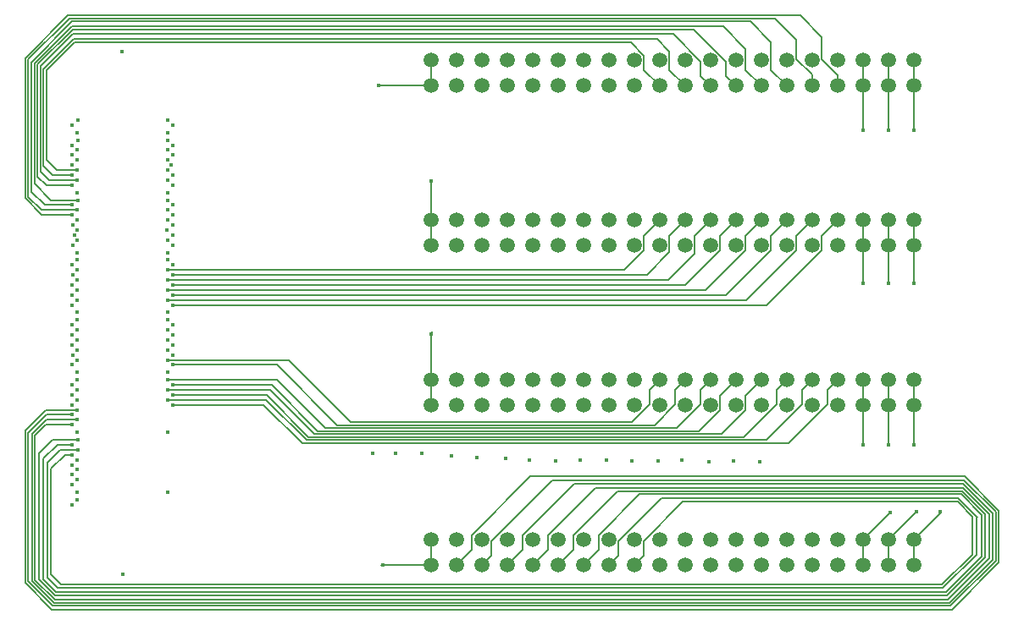
<source format=gbr>
%TF.GenerationSoftware,KiCad,Pcbnew,(5.1.5-0-10_14)*%
%TF.CreationDate,2020-01-28T13:49:23+01:00*%
%TF.ProjectId,multiblade_adapter,6d756c74-6962-46c6-9164-655f61646170,rev?*%
%TF.SameCoordinates,Original*%
%TF.FileFunction,Copper,L1,Top*%
%TF.FilePolarity,Positive*%
%FSLAX46Y46*%
G04 Gerber Fmt 4.6, Leading zero omitted, Abs format (unit mm)*
G04 Created by KiCad (PCBNEW (5.1.5-0-10_14)) date 2020-01-28 13:49:23*
%MOMM*%
%LPD*%
G04 APERTURE LIST*
%ADD10C,1.500000*%
%ADD11C,0.400000*%
%ADD12C,0.150000*%
G04 APERTURE END LIST*
D10*
X109110000Y-107290000D03*
X109110000Y-104750000D03*
X106570000Y-107290000D03*
X106570000Y-104750000D03*
X104030000Y-107290000D03*
X104030000Y-104750000D03*
X101490000Y-107290000D03*
X101490000Y-104750000D03*
X98950000Y-107290000D03*
X98950000Y-104750000D03*
X96410000Y-107290000D03*
X96410000Y-104750000D03*
X93870000Y-107290000D03*
X93870000Y-104750000D03*
X91330000Y-107290000D03*
X91330000Y-104750000D03*
X88790000Y-107290000D03*
X88790000Y-104750000D03*
X86250000Y-107290000D03*
X86250000Y-104750000D03*
X83710000Y-107290000D03*
X83710000Y-104750000D03*
X81170000Y-107290000D03*
X81170000Y-104750000D03*
X78630000Y-107290000D03*
X78630000Y-104750000D03*
X76090000Y-107290000D03*
X76090000Y-104750000D03*
X73550000Y-107290000D03*
X73550000Y-104750000D03*
X71010000Y-107290000D03*
X71010000Y-104750000D03*
X68470000Y-107290000D03*
X68470000Y-104750000D03*
X65930000Y-107290000D03*
X65930000Y-104750000D03*
X63390000Y-107290000D03*
X63390000Y-104750000D03*
X60850000Y-107290000D03*
X60850000Y-104750000D03*
X109110000Y-123290000D03*
X109110000Y-120750000D03*
X106570000Y-123290000D03*
X106570000Y-120750000D03*
X104030000Y-123290000D03*
X104030000Y-120750000D03*
X101490000Y-123290000D03*
X101490000Y-120750000D03*
X98950000Y-123290000D03*
X98950000Y-120750000D03*
X96410000Y-123290000D03*
X96410000Y-120750000D03*
X93870000Y-123290000D03*
X93870000Y-120750000D03*
X91330000Y-123290000D03*
X91330000Y-120750000D03*
X88790000Y-123290000D03*
X88790000Y-120750000D03*
X86250000Y-123290000D03*
X86250000Y-120750000D03*
X83710000Y-123290000D03*
X83710000Y-120750000D03*
X81170000Y-123290000D03*
X81170000Y-120750000D03*
X78630000Y-123290000D03*
X78630000Y-120750000D03*
X76090000Y-123290000D03*
X76090000Y-120750000D03*
X73550000Y-123290000D03*
X73550000Y-120750000D03*
X71010000Y-123290000D03*
X71010000Y-120750000D03*
X68470000Y-123290000D03*
X68470000Y-120750000D03*
X65930000Y-123290000D03*
X65930000Y-120750000D03*
X63390000Y-123290000D03*
X63390000Y-120750000D03*
X60850000Y-123290000D03*
X60850000Y-120750000D03*
X109110000Y-139290000D03*
X109110000Y-136750000D03*
X106570000Y-139290000D03*
X106570000Y-136750000D03*
X104030000Y-139290000D03*
X104030000Y-136750000D03*
X101490000Y-139290000D03*
X101490000Y-136750000D03*
X98950000Y-139290000D03*
X98950000Y-136750000D03*
X96410000Y-139290000D03*
X96410000Y-136750000D03*
X93870000Y-139290000D03*
X93870000Y-136750000D03*
X91330000Y-139290000D03*
X91330000Y-136750000D03*
X88790000Y-139290000D03*
X88790000Y-136750000D03*
X86250000Y-139290000D03*
X86250000Y-136750000D03*
X83710000Y-139290000D03*
X83710000Y-136750000D03*
X81170000Y-139290000D03*
X81170000Y-136750000D03*
X78630000Y-139290000D03*
X78630000Y-136750000D03*
X76090000Y-139290000D03*
X76090000Y-136750000D03*
X73550000Y-139290000D03*
X73550000Y-136750000D03*
X71010000Y-139290000D03*
X71010000Y-136750000D03*
X68470000Y-139290000D03*
X68470000Y-136750000D03*
X65930000Y-139290000D03*
X65930000Y-136750000D03*
X63390000Y-139290000D03*
X63390000Y-136750000D03*
X60850000Y-139290000D03*
X60850000Y-136750000D03*
X109110000Y-155290000D03*
X109110000Y-152750000D03*
X106570000Y-155290000D03*
X106570000Y-152750000D03*
X104030000Y-155290000D03*
X104030000Y-152750000D03*
X101490000Y-155290000D03*
X101490000Y-152750000D03*
X98950000Y-155290000D03*
X98950000Y-152750000D03*
X96410000Y-155290000D03*
X96410000Y-152750000D03*
X93870000Y-155290000D03*
X93870000Y-152750000D03*
X91330000Y-155290000D03*
X91330000Y-152750000D03*
X88790000Y-155290000D03*
X88790000Y-152750000D03*
X86250000Y-155290000D03*
X86250000Y-152750000D03*
X83710000Y-155290000D03*
X83710000Y-152750000D03*
X81170000Y-155290000D03*
X81170000Y-152750000D03*
X78630000Y-155290000D03*
X78630000Y-152750000D03*
X76090000Y-155290000D03*
X76090000Y-152750000D03*
X73550000Y-155290000D03*
X73550000Y-152750000D03*
X71010000Y-155290000D03*
X71010000Y-152750000D03*
X68470000Y-155290000D03*
X68470000Y-152750000D03*
X65930000Y-155290000D03*
X65930000Y-152750000D03*
X63390000Y-155290000D03*
X63390000Y-152750000D03*
X60850000Y-155290000D03*
X60850000Y-152750000D03*
D11*
X25500000Y-148000000D03*
X25500000Y-142000000D03*
X25500000Y-136000000D03*
X25500000Y-124000000D03*
X25500000Y-130000000D03*
X25500000Y-112000000D03*
X25500000Y-118000000D03*
X34500000Y-112000000D03*
X34500000Y-118000000D03*
X34500000Y-124000000D03*
X34500000Y-130000000D03*
X34500000Y-136000000D03*
X34500000Y-148000000D03*
X104013000Y-111760000D03*
X55626000Y-107315000D03*
X60850000Y-116823000D03*
X60850000Y-132190000D03*
X56038000Y-155290000D03*
X104030000Y-143273000D03*
X30000000Y-156182000D03*
X29972000Y-103886000D03*
X34500000Y-142000000D03*
X106736500Y-150043500D03*
X109333000Y-149987000D03*
X111760000Y-149987000D03*
X106570000Y-143239000D03*
X109110000Y-143239000D03*
X104013000Y-127127000D03*
X106570000Y-127110000D03*
X109110000Y-127110000D03*
X106570000Y-111743000D03*
X109093000Y-111760000D03*
X25000000Y-120250000D03*
X35000000Y-120250000D03*
X25500000Y-119750000D03*
X34500000Y-119750000D03*
X25000000Y-119250000D03*
X35000000Y-119250000D03*
X25522000Y-118750000D03*
X34500000Y-118750000D03*
X25000000Y-117250000D03*
X35000000Y-117250000D03*
X25500000Y-116750000D03*
X34500000Y-116750000D03*
X25000000Y-116250000D03*
X35000000Y-116250000D03*
X25500000Y-115750000D03*
X34500000Y-115750000D03*
X25000000Y-115250000D03*
X34864000Y-115250000D03*
X25500000Y-114750000D03*
X34500000Y-114750000D03*
X25000000Y-114250000D03*
X35000000Y-114250000D03*
X25500000Y-113750000D03*
X34500000Y-113750000D03*
X25000000Y-113250000D03*
X35000000Y-113250000D03*
X25527000Y-112750000D03*
X34500000Y-112750000D03*
X25000000Y-111250000D03*
X35000000Y-111250000D03*
X25527000Y-110750000D03*
X34500000Y-110750000D03*
X34500000Y-120750000D03*
X25500000Y-120750000D03*
X35000000Y-121250000D03*
X25054000Y-121250000D03*
X34460000Y-121750000D03*
X25500000Y-121750000D03*
X35000000Y-122250000D03*
X25197000Y-122250000D03*
X34500000Y-122750000D03*
X25500000Y-122750000D03*
X35000000Y-123250000D03*
X25086000Y-123250000D03*
X34500000Y-124750000D03*
X25500000Y-124750000D03*
X35000000Y-125250000D03*
X25000000Y-125250000D03*
X34500000Y-125750000D03*
X25500000Y-125750000D03*
X35000000Y-126250000D03*
X25007000Y-126250000D03*
X34500000Y-126750000D03*
X25500000Y-126750000D03*
X35000000Y-127250000D03*
X25000000Y-127250000D03*
X34500000Y-127750000D03*
X25500000Y-127750000D03*
X35000000Y-128250000D03*
X25000000Y-128250000D03*
X34500000Y-128750000D03*
X25500000Y-128750000D03*
X35000000Y-129250000D03*
X25000000Y-129250000D03*
X25000000Y-139250000D03*
X35000000Y-139250000D03*
X25500000Y-138750000D03*
X34500000Y-138750000D03*
X25000000Y-138250000D03*
X35000000Y-138250000D03*
X25500000Y-137750000D03*
X34500000Y-137750000D03*
X25000000Y-137250000D03*
X35000000Y-137250000D03*
X25500000Y-136750000D03*
X34500000Y-136750000D03*
X25000000Y-135250000D03*
X35000000Y-135250000D03*
X25500000Y-134750000D03*
X34500000Y-134750000D03*
X25008000Y-134250000D03*
X35000000Y-134250000D03*
X25508000Y-133750000D03*
X34500000Y-133750000D03*
X25000000Y-133250000D03*
X35000000Y-133250000D03*
X25500000Y-132750000D03*
X34500000Y-132750000D03*
X25000000Y-132250000D03*
X35000000Y-132250000D03*
X25500000Y-131750000D03*
X34500000Y-131750000D03*
X25000000Y-131250000D03*
X35000000Y-131250000D03*
X25500000Y-130750000D03*
X34500000Y-130750000D03*
X54991000Y-144145000D03*
X25500000Y-139750000D03*
X57277000Y-144145000D03*
X25000000Y-140250000D03*
X59944000Y-144145000D03*
X25500000Y-140750000D03*
X62865000Y-144399000D03*
X25000000Y-141250000D03*
X65405000Y-144526000D03*
X25525000Y-142750000D03*
X68326000Y-144653000D03*
X25000000Y-143250000D03*
X70660000Y-144780000D03*
X25541000Y-143750000D03*
X73279000Y-144907000D03*
X25000000Y-144250000D03*
X75779500Y-144819500D03*
X25500000Y-144750000D03*
X78359000Y-144780000D03*
X25000000Y-145250000D03*
X80899000Y-144859000D03*
X25500000Y-145750000D03*
X83566000Y-144907000D03*
X25000000Y-146250000D03*
X85900000Y-144780000D03*
X25500000Y-146750000D03*
X88606500Y-144946500D03*
X25000000Y-147250000D03*
X91107000Y-144907000D03*
X25500000Y-148750000D03*
X93726000Y-144986000D03*
X25000000Y-149250000D03*
D12*
X60850000Y-105810660D02*
X60850000Y-107290000D01*
X60850000Y-104750000D02*
X60850000Y-105810660D01*
X60850000Y-120750000D02*
X60850000Y-123290000D01*
X60850000Y-136750000D02*
X60850000Y-139290000D01*
X60850000Y-153810660D02*
X60850000Y-155290000D01*
X60850000Y-152750000D02*
X60850000Y-153810660D01*
X104030000Y-155290000D02*
X104030000Y-152750000D01*
X104030000Y-139290000D02*
X104030000Y-136750000D01*
X104030000Y-122229340D02*
X104030000Y-120750000D01*
X104030000Y-123290000D02*
X104030000Y-122229340D01*
X104030000Y-107290000D02*
X104030000Y-104750000D01*
X104030000Y-107290000D02*
X104030000Y-111743000D01*
X104030000Y-111743000D02*
X104013000Y-111760000D01*
X104013000Y-111760000D02*
X104030000Y-111743000D01*
X104013000Y-111760000D02*
X104013000Y-111760000D01*
X60850000Y-155290000D02*
X56038000Y-155290000D01*
X60850000Y-136750000D02*
X60850000Y-132190000D01*
X60850000Y-132063000D02*
X60960000Y-131953000D01*
X60850000Y-119689340D02*
X60833000Y-119672340D01*
X60850000Y-120750000D02*
X60850000Y-119689340D01*
X60850000Y-120750000D02*
X60850000Y-116823000D01*
X55626000Y-107315000D02*
X55626000Y-107315000D01*
X60850000Y-116823000D02*
X60850000Y-116823000D01*
X60850000Y-132190000D02*
X60850000Y-132063000D01*
X56038000Y-155290000D02*
X55849000Y-155290000D01*
X104030000Y-139290000D02*
X104030000Y-143273000D01*
X104030000Y-143273000D02*
X104030000Y-143273000D01*
X106570000Y-136750000D02*
X106570000Y-139290000D01*
X106570000Y-139290000D02*
X106570000Y-143239000D01*
X109110000Y-136750000D02*
X109110000Y-139290000D01*
X109110000Y-139290000D02*
X109110000Y-143239000D01*
X109110000Y-154229340D02*
X109110000Y-152750000D01*
X109110000Y-155290000D02*
X109110000Y-154229340D01*
X109110000Y-152750000D02*
X111760000Y-150100000D01*
X111760000Y-150100000D02*
X111760000Y-149987000D01*
X106570000Y-154229340D02*
X106570000Y-152750000D01*
X106570000Y-155290000D02*
X106570000Y-154229340D01*
X106570000Y-152750000D02*
X109333000Y-149987000D01*
X104030000Y-152750000D02*
X106736500Y-150043500D01*
X106736500Y-150043500D02*
X106793000Y-149987000D01*
X109333000Y-149987000D02*
X109333000Y-149987000D01*
X111760000Y-149987000D02*
X111760000Y-149987000D01*
X106570000Y-143239000D02*
X106570000Y-143239000D01*
X109110000Y-143239000D02*
X109110000Y-143239000D01*
X106570000Y-121810660D02*
X106570000Y-123290000D01*
X106570000Y-120750000D02*
X106570000Y-121810660D01*
X109110000Y-120750000D02*
X109110000Y-123290000D01*
X109110000Y-123290000D02*
X109110000Y-127110000D01*
X106570000Y-123290000D02*
X106570000Y-127110000D01*
X104030000Y-124350660D02*
X104013000Y-124367660D01*
X104030000Y-123290000D02*
X104030000Y-124350660D01*
X104013000Y-124367660D02*
X104013000Y-127127000D01*
X104013000Y-127127000D02*
X104013000Y-127127000D01*
X106570000Y-127110000D02*
X106570000Y-127110000D01*
X109110000Y-127110000D02*
X109110000Y-127110000D01*
X106570000Y-104750000D02*
X106570000Y-107290000D01*
X106570000Y-107290000D02*
X106570000Y-111743000D01*
X109110000Y-104750000D02*
X109110000Y-107290000D01*
X106570000Y-111743000D02*
X106570000Y-111743000D01*
X109093000Y-111760000D02*
X109093000Y-111760000D01*
X55651000Y-107290000D02*
X55626000Y-107315000D01*
X60850000Y-107290000D02*
X55651000Y-107290000D01*
X109110000Y-111743000D02*
X109093000Y-111760000D01*
X109110000Y-107290000D02*
X109110000Y-111743000D01*
X20275010Y-118573010D02*
X21952000Y-120250000D01*
X20275010Y-104565990D02*
X20275010Y-118573010D01*
X97735010Y-100275010D02*
X24565990Y-100275010D01*
X21952000Y-120250000D02*
X25000000Y-120250000D01*
X99925001Y-102465001D02*
X97735010Y-100275010D01*
X24565990Y-100275010D02*
X20275010Y-104565990D01*
X99925001Y-104664341D02*
X99925001Y-102465001D01*
X101490000Y-106229340D02*
X99925001Y-104664341D01*
X101490000Y-107290000D02*
X101490000Y-106229340D01*
X20575020Y-118448742D02*
X21876278Y-119750000D01*
X20575020Y-104690258D02*
X20575020Y-118448742D01*
X24690258Y-100575020D02*
X20575020Y-104690258D01*
X95241020Y-100575020D02*
X24690258Y-100575020D01*
X21876278Y-119750000D02*
X25500000Y-119750000D01*
X97385001Y-102719001D02*
X95241020Y-100575020D01*
X97385001Y-104628003D02*
X97385001Y-102719001D01*
X98950000Y-106193002D02*
X97385001Y-104628003D01*
X98950000Y-107290000D02*
X98950000Y-106193002D01*
X20875030Y-117903030D02*
X22222000Y-119250000D01*
X20875030Y-104981970D02*
X20875030Y-117903030D01*
X24981970Y-100875030D02*
X20875030Y-104981970D01*
X96410000Y-107290000D02*
X94845001Y-105725001D01*
X94845001Y-102973001D02*
X92747030Y-100875030D01*
X94845001Y-105725001D02*
X94845001Y-102973001D01*
X22222000Y-119250000D02*
X25000000Y-119250000D01*
X92747030Y-100875030D02*
X24981970Y-100875030D01*
X92305001Y-105725001D02*
X92305001Y-103608001D01*
X93870000Y-107290000D02*
X92305001Y-105725001D01*
X92305001Y-103608001D02*
X90043000Y-101346000D01*
X90043000Y-101346000D02*
X24935278Y-101346000D01*
X21209000Y-105072278D02*
X21209000Y-117094000D01*
X24935278Y-101346000D02*
X21209000Y-105072278D01*
X22865000Y-118750000D02*
X25522000Y-118750000D01*
X21209000Y-117094000D02*
X22865000Y-118750000D01*
X90354999Y-104871997D02*
X87129012Y-101646010D01*
X90354999Y-106314999D02*
X90354999Y-104871997D01*
X91330000Y-107290000D02*
X90354999Y-106314999D01*
X87129012Y-101646010D02*
X25059546Y-101646010D01*
X25059546Y-101646010D02*
X21509010Y-105196546D01*
X21509010Y-105196546D02*
X21509010Y-116378010D01*
X22381000Y-117250000D02*
X25000000Y-117250000D01*
X21509010Y-116378010D02*
X22381000Y-117250000D01*
X87814999Y-104871997D02*
X85051002Y-102108000D01*
X87814999Y-106314999D02*
X87814999Y-104871997D01*
X88790000Y-107290000D02*
X87814999Y-106314999D01*
X85051002Y-102108000D02*
X25021834Y-102108000D01*
X25021834Y-102108000D02*
X21809020Y-105320814D01*
X21809020Y-105320814D02*
X21809020Y-115916020D01*
X22643000Y-116750000D02*
X25500000Y-116750000D01*
X21809020Y-115916020D02*
X22643000Y-116750000D01*
X84685001Y-103862001D02*
X83439000Y-102616000D01*
X84685001Y-105725001D02*
X84685001Y-103862001D01*
X86250000Y-107290000D02*
X84685001Y-105725001D01*
X83439000Y-102616000D02*
X25146000Y-102616000D01*
X25146000Y-102616000D02*
X22109030Y-105652970D01*
X22109030Y-105652970D02*
X22109030Y-115327030D01*
X23032000Y-116250000D02*
X25000000Y-116250000D01*
X22109030Y-115327030D02*
X23032000Y-116250000D01*
X22409040Y-114738040D02*
X23421000Y-115750000D01*
X25189278Y-102997000D02*
X22409040Y-105777238D01*
X80860002Y-102997000D02*
X25189278Y-102997000D01*
X22409040Y-105777238D02*
X22409040Y-114738040D01*
X82145001Y-104281999D02*
X80860002Y-102997000D01*
X82145001Y-105725001D02*
X82145001Y-104281999D01*
X23421000Y-115750000D02*
X25500000Y-115750000D01*
X83710000Y-107290000D02*
X82145001Y-105725001D01*
X34782842Y-125750000D02*
X34500000Y-125750000D01*
X82145001Y-123758001D02*
X80153002Y-125750000D01*
X82145001Y-122314999D02*
X82145001Y-123758001D01*
X80153002Y-125750000D02*
X34782842Y-125750000D01*
X83710000Y-120750000D02*
X82145001Y-122314999D01*
X35282842Y-126250000D02*
X35000000Y-126250000D01*
X84685001Y-123975999D02*
X82411000Y-126250000D01*
X84685001Y-122314999D02*
X84685001Y-123975999D01*
X82411000Y-126250000D02*
X35282842Y-126250000D01*
X86250000Y-120750000D02*
X84685001Y-122314999D01*
X87225001Y-122314999D02*
X87225001Y-124102999D01*
X88790000Y-120750000D02*
X87225001Y-122314999D01*
X84578000Y-126750000D02*
X34500000Y-126750000D01*
X87225001Y-124102999D02*
X84578000Y-126750000D01*
X89765001Y-123758001D02*
X86269002Y-127254000D01*
X89765001Y-122314999D02*
X89765001Y-123758001D01*
X91330000Y-120750000D02*
X89765001Y-122314999D01*
X86265002Y-127250000D02*
X35000000Y-127250000D01*
X86269002Y-127254000D02*
X86265002Y-127250000D01*
X92305001Y-123758001D02*
X88301002Y-127762000D01*
X92305001Y-122314999D02*
X92305001Y-123758001D01*
X93870000Y-120750000D02*
X92305001Y-122314999D01*
X88289002Y-127750000D02*
X34500000Y-127750000D01*
X88301002Y-127762000D02*
X88289002Y-127750000D01*
X35282842Y-128250000D02*
X35000000Y-128250000D01*
X94845001Y-123758001D02*
X90353002Y-128250000D01*
X90353002Y-128250000D02*
X35282842Y-128250000D01*
X94845001Y-122314999D02*
X94845001Y-123758001D01*
X96410000Y-120750000D02*
X94845001Y-122314999D01*
X97385001Y-123758001D02*
X92365002Y-128778000D01*
X97385001Y-122314999D02*
X97385001Y-123758001D01*
X98950000Y-120750000D02*
X97385001Y-122314999D01*
X92337002Y-128750000D02*
X34500000Y-128750000D01*
X92365002Y-128778000D02*
X92337002Y-128750000D01*
X99925001Y-123758001D02*
X94397002Y-129286000D01*
X99925001Y-122314999D02*
X99925001Y-123758001D01*
X101490000Y-120750000D02*
X99925001Y-122314999D01*
X94361002Y-129250000D02*
X35000000Y-129250000D01*
X94397002Y-129286000D02*
X94361002Y-129250000D01*
X96612933Y-143070069D02*
X47947069Y-143070069D01*
X100514999Y-139168003D02*
X96612933Y-143070069D01*
X100514999Y-137725001D02*
X100514999Y-139168003D01*
X101490000Y-136750000D02*
X100514999Y-137725001D01*
X44127000Y-139250000D02*
X35000000Y-139250000D01*
X47947069Y-143070069D02*
X44127000Y-139250000D01*
X94372943Y-142770059D02*
X48409059Y-142770059D01*
X97974999Y-139168003D02*
X94372943Y-142770059D01*
X97974999Y-137725001D02*
X97974999Y-139168003D01*
X98950000Y-136750000D02*
X97974999Y-137725001D01*
X44389000Y-138750000D02*
X34500000Y-138750000D01*
X48409059Y-142770059D02*
X44389000Y-138750000D01*
X95434999Y-139168003D02*
X92132953Y-142470049D01*
X95434999Y-137725001D02*
X95434999Y-139168003D01*
X92132953Y-142470049D02*
X48617049Y-142470049D01*
X96410000Y-136750000D02*
X95434999Y-137725001D01*
X44397000Y-138250000D02*
X35000000Y-138250000D01*
X48617049Y-142470049D02*
X44397000Y-138250000D01*
X89892963Y-142170039D02*
X49206039Y-142170039D01*
X92305001Y-138314999D02*
X92305001Y-139758001D01*
X92305001Y-139758001D02*
X89892963Y-142170039D01*
X93870000Y-136750000D02*
X92305001Y-138314999D01*
X44786000Y-137750000D02*
X34500000Y-137750000D01*
X49206039Y-142170039D02*
X44786000Y-137750000D01*
X87652973Y-141870029D02*
X49541029Y-141870029D01*
X89765001Y-139758001D02*
X87652973Y-141870029D01*
X89765001Y-138314999D02*
X89765001Y-139758001D01*
X91330000Y-136750000D02*
X89765001Y-138314999D01*
X44921000Y-137250000D02*
X35000000Y-137250000D01*
X49541029Y-141870029D02*
X44921000Y-137250000D01*
X85412982Y-141570020D02*
X50257020Y-141570020D01*
X87814999Y-137725001D02*
X87814999Y-139168003D01*
X87814999Y-139168003D02*
X85412982Y-141570020D01*
X88790000Y-136750000D02*
X87814999Y-137725001D01*
X45437000Y-136750000D02*
X34500000Y-136750000D01*
X50257020Y-141570020D02*
X45437000Y-136750000D01*
X85274999Y-139168003D02*
X83172992Y-141270010D01*
X85274999Y-137725001D02*
X85274999Y-139168003D01*
X83172992Y-141270010D02*
X51481010Y-141270010D01*
X86250000Y-136750000D02*
X85274999Y-137725001D01*
X45461000Y-135250000D02*
X35000000Y-135250000D01*
X51481010Y-141270010D02*
X45461000Y-135250000D01*
X82734999Y-139168003D02*
X80933002Y-140970000D01*
X82734999Y-137725001D02*
X82734999Y-139168003D01*
X83710000Y-136750000D02*
X82734999Y-137725001D01*
X80933002Y-140970000D02*
X52832000Y-140970000D01*
X46612000Y-134750000D02*
X34500000Y-134750000D01*
X52832000Y-140970000D02*
X46612000Y-134750000D01*
X20275010Y-141776990D02*
X22302000Y-139750000D01*
X20275010Y-157054010D02*
X20275010Y-141776990D01*
X22945990Y-159724990D02*
X20275010Y-157054010D01*
X117602000Y-149860000D02*
X117602000Y-155067000D01*
X112944010Y-159724990D02*
X22945990Y-159724990D01*
X114173000Y-146431000D02*
X117602000Y-149860000D01*
X63390000Y-155290000D02*
X64954999Y-153725001D01*
X70805998Y-146431000D02*
X114173000Y-146431000D01*
X64954999Y-152281999D02*
X70805998Y-146431000D01*
X22302000Y-139750000D02*
X25500000Y-139750000D01*
X117602000Y-155067000D02*
X112944010Y-159724990D01*
X64954999Y-153725001D02*
X64954999Y-152281999D01*
X66905001Y-154314999D02*
X66905001Y-152871997D01*
X66905001Y-152871997D02*
X72964998Y-146812000D01*
X65930000Y-155290000D02*
X66905001Y-154314999D01*
X72964998Y-146812000D02*
X114129722Y-146812000D01*
X114129722Y-146812000D02*
X117301990Y-149984268D01*
X117301990Y-149984268D02*
X117301990Y-154859010D01*
X117301990Y-154859010D02*
X112776000Y-159385000D01*
X112776000Y-159385000D02*
X23030278Y-159385000D01*
X23030278Y-159385000D02*
X20575020Y-156929742D01*
X20575020Y-156929742D02*
X20575020Y-142111980D01*
X22437000Y-140250000D02*
X25000000Y-140250000D01*
X20575020Y-142111980D02*
X22437000Y-140250000D01*
X70034999Y-152281999D02*
X75204988Y-147112010D01*
X70034999Y-153725001D02*
X70034999Y-152281999D01*
X68470000Y-155290000D02*
X70034999Y-153725001D01*
X75204988Y-147112010D02*
X114005454Y-147112010D01*
X116967000Y-150073556D02*
X116967000Y-154769722D01*
X114005454Y-147112010D02*
X116967000Y-150073556D01*
X116967000Y-154769722D02*
X112651732Y-159084990D01*
X112651732Y-159084990D02*
X23154546Y-159084990D01*
X23154546Y-159084990D02*
X20955000Y-156885444D01*
X22401722Y-140750000D02*
X20955000Y-142196722D01*
X25500000Y-140750000D02*
X22401722Y-140750000D01*
X20955000Y-156885444D02*
X20955000Y-142200000D01*
X72574999Y-152281999D02*
X77282998Y-147574000D01*
X72574999Y-153725001D02*
X72574999Y-152281999D01*
X71010000Y-155290000D02*
X72574999Y-153725001D01*
X77282998Y-147574000D02*
X114043166Y-147574000D01*
X114043166Y-147574000D02*
X116666990Y-150197824D01*
X116666990Y-150197824D02*
X116666990Y-154605010D01*
X23278814Y-158784980D02*
X21255010Y-156761176D01*
X112487020Y-158784980D02*
X23278814Y-158784980D01*
X116666990Y-154605010D02*
X112487020Y-158784980D01*
X22326000Y-141250000D02*
X21255010Y-142320990D01*
X25000000Y-141250000D02*
X22326000Y-141250000D01*
X21255010Y-156761176D02*
X21255010Y-142320990D01*
X75114999Y-152281999D02*
X79522988Y-147874010D01*
X75114999Y-153725001D02*
X75114999Y-152281999D01*
X73550000Y-155290000D02*
X75114999Y-153725001D01*
X79522988Y-147874010D02*
X113918898Y-147874010D01*
X116205000Y-150160112D02*
X116205000Y-154559000D01*
X113918898Y-147874010D02*
X116205000Y-150160112D01*
X112395000Y-158369000D02*
X111760000Y-158369000D01*
X113093500Y-157670500D02*
X112395000Y-158369000D01*
X116205000Y-154559000D02*
X113093500Y-157670500D01*
X23287112Y-158369000D02*
X111760000Y-158369000D01*
X21636010Y-156717898D02*
X23287112Y-158369000D01*
X21636010Y-144098990D02*
X21636010Y-156717898D01*
X22985000Y-142750000D02*
X21636010Y-144098990D01*
X25525000Y-142750000D02*
X22985000Y-142750000D01*
X23501000Y-143250000D02*
X25000000Y-143250000D01*
X22098000Y-156718000D02*
X22098000Y-144653000D01*
X22098000Y-144653000D02*
X23501000Y-143250000D01*
X112351722Y-157988000D02*
X23368000Y-157988000D01*
X23368000Y-157988000D02*
X22098000Y-156718000D01*
X115904990Y-154434732D02*
X112351722Y-157988000D01*
X115904990Y-150284380D02*
X115904990Y-154434732D01*
X81727998Y-148209000D02*
X113829610Y-148209000D01*
X77654999Y-152281999D02*
X81727998Y-148209000D01*
X77654999Y-153725001D02*
X77654999Y-152281999D01*
X113829610Y-148209000D02*
X115904990Y-150284380D01*
X76090000Y-155290000D02*
X77654999Y-153725001D01*
X23763000Y-143750000D02*
X25541000Y-143750000D01*
X22479000Y-156591000D02*
X22479000Y-145034000D01*
X79605001Y-154314999D02*
X79605001Y-152871997D01*
X23495000Y-157607000D02*
X22479000Y-156591000D01*
X79605001Y-152871997D02*
X83886998Y-148590000D01*
X22479000Y-145034000D02*
X23763000Y-143750000D01*
X83886998Y-148590000D02*
X113538000Y-148590000D01*
X78630000Y-155290000D02*
X79605001Y-154314999D01*
X70136002Y-157607000D02*
X69977000Y-157607000D01*
X69977000Y-157607000D02*
X23495000Y-157607000D01*
X112014000Y-157607000D02*
X115379500Y-154241500D01*
X69977000Y-157607000D02*
X112014000Y-157607000D01*
X115379500Y-150431500D02*
X115443000Y-150495000D01*
X115379500Y-154241500D02*
X115379500Y-150431500D01*
X113538000Y-148590000D02*
X115379500Y-150431500D01*
X82145001Y-152871997D02*
X86045998Y-148971000D01*
X82145001Y-154314999D02*
X82145001Y-152871997D01*
X81170000Y-155290000D02*
X82145001Y-154314999D01*
X86045998Y-148971000D02*
X108077000Y-148971000D01*
X108077000Y-148971000D02*
X108204000Y-148971000D01*
X24279000Y-144250000D02*
X25000000Y-144250000D01*
X23876000Y-157226000D02*
X22860000Y-156210000D01*
X108077000Y-148971000D02*
X113494722Y-148971000D01*
X114935000Y-150411278D02*
X114935000Y-154261722D01*
X22860000Y-156210000D02*
X22860000Y-145669000D01*
X22860000Y-145669000D02*
X24279000Y-144250000D01*
X113494722Y-148971000D02*
X114935000Y-150411278D01*
X50165000Y-157226000D02*
X111887000Y-157226000D01*
X114935000Y-154261722D02*
X111887000Y-157226000D01*
X50165000Y-157226000D02*
X23876000Y-157226000D01*
M02*

</source>
